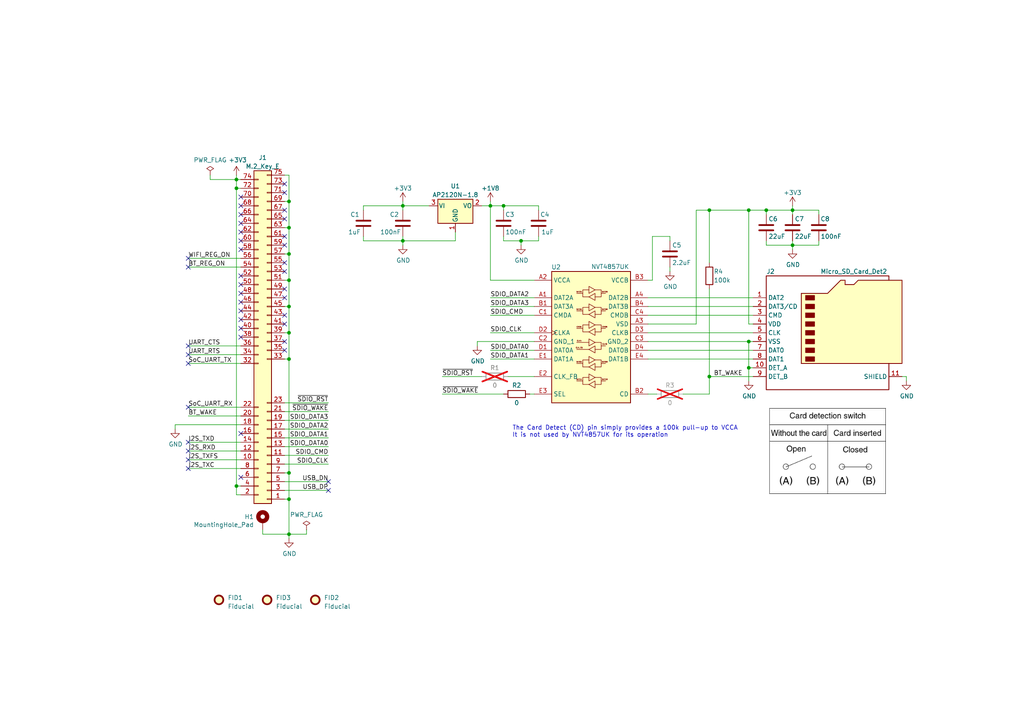
<source format=kicad_sch>
(kicad_sch (version 20230121) (generator eeschema)
  (paper "A4")
  (title_block (title "M.2 SD Card") (date "2023-05-11") (rev "v0.5.0") (company "Purism SPC") (comment 1 "GNU GPLv3+"))
  (lib_symbols
    (symbol "Connector:Micro_SD_Card_Det2"
      (property "Reference" "J" (at -16.51 17.78 0))
      (property "Value" "Micro_SD_Card_Det2" (at 16.51 17.78 0))
      (symbol "Micro_SD_Card_Det2_0_1"
        (rectangle (start -7.62 -6.985) (end -5.08 -8.255) (stroke (width 0.254)) (fill (type outline)))
        (rectangle (start -7.62 -4.445) (end -5.08 -5.715) (stroke (width 0.254)) (fill (type outline)))
        (rectangle (start -7.62 -1.905) (end -5.08 -3.175) (stroke (width 0.254)) (fill (type outline)))
        (rectangle (start -7.62 0.635) (end -5.08 -0.635) (stroke (width 0.254)) (fill (type outline)))
        (rectangle (start -7.62 3.175) (end -5.08 1.905) (stroke (width 0.254)) (fill (type outline)))
        (rectangle (start -7.62 5.715) (end -5.08 4.445) (stroke (width 0.254)) (fill (type outline)))
        (rectangle (start -7.62 8.255) (end -5.08 6.985) (stroke (width 0.254)) (fill (type outline)))
        (rectangle (start -7.62 10.795) (end -5.08 9.525) (stroke (width 0.254)) (fill (type outline)))
        (polyline (pts (xy 16.51 15.24) (xy 16.51 16.51) (xy -19.05 16.51) (xy -19.05 -16.51) (xy 16.51 -16.51) (xy 16.51 -8.89)) (stroke (width 0.254)))
        (polyline (pts (xy -8.89 -8.89) (xy -8.89 11.43) (xy -1.27 11.43) (xy 2.54 15.24) (xy 3.81 15.24) (xy 3.81 13.97) (xy 6.35 13.97) (xy 7.62 15.24) (xy 20.32 15.24) (xy 20.32 -8.89) (xy -8.89 -8.89)) (stroke (width 0.254)) (fill (type background)))
      )
      (symbol "Micro_SD_Card_Det2_1_1"
        (pin bidirectional line (at -22.86 10.16 0) (length 3.81) (name "DAT2") (number "1"))
        (pin passive line (at -22.86 -10.16 0) (length 3.81) (name "DET_A") (number "10"))
        (pin passive line (at 20.32 -12.7 180) (length 3.81) (name "SHIELD") (number "11"))
        (pin bidirectional line (at -22.86 7.62 0) (length 3.81) (name "DAT3/CD") (number "2"))
        (pin input line (at -22.86 5.08 0) (length 3.81) (name "CMD") (number "3"))
        (pin power_in line (at -22.86 2.54 0) (length 3.81) (name "VDD") (number "4"))
        (pin input line (at -22.86 0 0) (length 3.81) (name "CLK") (number "5"))
        (pin power_in line (at -22.86 -2.54 0) (length 3.81) (name "VSS") (number "6"))
        (pin bidirectional line (at -22.86 -5.08 0) (length 3.81) (name "DAT0") (number "7"))
        (pin bidirectional line (at -22.86 -7.62 0) (length 3.81) (name "DAT1") (number "8"))
        (pin passive line (at -22.86 -12.7 0) (length 3.81) (name "DET_B") (number "9"))
      )
    )
    (symbol "Device:C" (pin_numbers hide) (pin_names (offset 0.254))
      (property "Reference" "C" (at 0.635 2.54 0))
      (property "Value" "C" (at 0.635 -2.54 0))
      (symbol "C_0_1"
        (polyline (pts (xy -2.032 -0.762) (xy 2.032 -0.762)) (stroke (width 0.508)))
        (polyline (pts (xy -2.032 0.762) (xy 2.032 0.762)) (stroke (width 0.508)))
      )
      (symbol "C_1_1"
        (pin passive line (at 0 3.81 270) (length 2.794) (name "~") (number "1"))
        (pin passive line (at 0 -3.81 90) (length 2.794) (name "~") (number "2"))
      )
    )
    (symbol "Device:R" (pin_numbers hide) (pin_names (offset 0))
      (property "Reference" "R" (at 2.032 0 90))
      (property "Value" "R" (at 0 0 90))
      (symbol "R_0_1"
        (rectangle (start -1.016 -2.54) (end 1.016 2.54) (stroke (width 0.254)))
      )
      (symbol "R_1_1"
        (pin passive line (at 0 3.81 270) (length 1.27) (name "~") (number "1"))
        (pin passive line (at 0 -3.81 90) (length 1.27) (name "~") (number "2"))
      )
    )
    (symbol "Mechanical:Fiducial"
      (property "Reference" "FID" (at 0 5.08 0))
      (property "Value" "Fiducial" (at 0 3.175 0))
      (symbol "Fiducial_0_1"
        (circle (center 0 0) (radius 1.27) (stroke (width 0.508)) (fill (type background)))
      )
    )
    (symbol "Mechanical:MountingHole_Pad" (pin_numbers hide) (pin_names (offset 1.016) hide)
      (property "Reference" "H" (at 0 6.35 0))
      (property "Value" "MountingHole_Pad" (at 0 4.445 0))
      (symbol "MountingHole_Pad_0_1"
        (circle (center 0 1.27) (radius 1.27) (stroke (width 1.27)))
      )
      (symbol "MountingHole_Pad_1_1"
        (pin input line (at 0 -2.54 90) (length 2.54) (name "1") (number "1"))
      )
    )
    (symbol "m2-sd-card:AP2120N-1.8" (pin_names (offset 0.254))
      (symbol "AP2120N-1.8_0_1"
        (rectangle (start -5.08 1.905) (end 5.08 -5.08) (stroke (width 0.254)) (fill (type background)))
      )
      (symbol "AP2120N-1.8_1_1"
        (pin power_in line (at 0 -7.62 90) (length 2.54) (name "GND") (number "1"))
        (pin power_out line (at 7.62 0 180) (length 2.54) (name "VO") (number "2"))
        (pin power_in line (at -7.62 0 0) (length 2.54) (name "VI") (number "3"))
      )
    )
    (symbol "m2-sd-card:M.2_Key_E" (pin_names (offset 1.016) hide)
      (property "Reference" "J" (at 1.27 48.26 0))
      (property "Value" "M.2_Key_E" (at 1.27 -50.8 0))
      (symbol "M.2_Key_E_1_1"
        (rectangle (start -1.27 -48.133) (end 0 -48.387) (stroke (width 0.1524)))
        (rectangle (start -1.27 -45.593) (end 0 -45.847) (stroke (width 0.1524)))
        (rectangle (start -1.27 -43.053) (end 0 -43.307) (stroke (width 0.1524)))
        (rectangle (start -1.27 -40.513) (end 0 -40.767) (stroke (width 0.1524)))
        (rectangle (start -1.27 -37.973) (end 0 -38.227) (stroke (width 0.1524)))
        (rectangle (start -1.27 -35.433) (end 0 -35.687) (stroke (width 0.1524)))
        (rectangle (start -1.27 -32.893) (end 0 -33.147) (stroke (width 0.1524)))
        (rectangle (start -1.27 -30.353) (end 0 -30.607) (stroke (width 0.1524)))
        (rectangle (start -1.27 -27.813) (end 0 -28.067) (stroke (width 0.1524)))
        (rectangle (start -1.27 -25.273) (end 0 -25.527) (stroke (width 0.1524)))
        (rectangle (start -1.27 -22.733) (end 0 -22.987) (stroke (width 0.1524)))
        (rectangle (start -1.27 -20.193) (end 0 -20.447) (stroke (width 0.1524)))
        (rectangle (start -1.27 -17.653) (end 0 -17.907) (stroke (width 0.1524)))
        (rectangle (start -1.27 -15.113) (end 0 -15.367) (stroke (width 0.1524)))
        (rectangle (start -1.27 -12.573) (end 0 -12.827) (stroke (width 0.1524)))
        (rectangle (start -1.27 -10.033) (end 0 -10.287) (stroke (width 0.1524)))
        (rectangle (start -1.27 -7.493) (end 0 -7.747) (stroke (width 0.1524)))
        (rectangle (start -1.27 -4.953) (end 0 -5.207) (stroke (width 0.1524)))
        (rectangle (start -1.27 -2.413) (end 0 -2.667) (stroke (width 0.1524)))
        (rectangle (start -1.27 0.127) (end 0 -0.127) (stroke (width 0.1524)))
        (rectangle (start -1.27 2.667) (end 0 2.413) (stroke (width 0.1524)))
        (rectangle (start -1.27 5.207) (end 0 4.953) (stroke (width 0.1524)))
        (rectangle (start -1.27 17.907) (end 0 17.653) (stroke (width 0.1524)))
        (rectangle (start -1.27 20.447) (end 0 20.193) (stroke (width 0.1524)))
        (rectangle (start -1.27 22.987) (end 0 22.733) (stroke (width 0.1524)))
        (rectangle (start -1.27 25.527) (end 0 25.273) (stroke (width 0.1524)))
        (rectangle (start -1.27 28.067) (end 0 27.813) (stroke (width 0.1524)))
        (rectangle (start -1.27 30.607) (end 0 30.353) (stroke (width 0.1524)))
        (rectangle (start -1.27 33.147) (end 0 32.893) (stroke (width 0.1524)))
        (rectangle (start -1.27 35.687) (end 0 35.433) (stroke (width 0.1524)))
        (rectangle (start -1.27 38.227) (end 0 37.973) (stroke (width 0.1524)))
        (rectangle (start -1.27 40.767) (end 0 40.513) (stroke (width 0.1524)))
        (rectangle (start -1.27 43.307) (end 0 43.053) (stroke (width 0.1524)))
        (rectangle (start -1.27 45.847) (end 0 45.593) (stroke (width 0.1524)))
        (rectangle (start -1.27 46.99) (end 3.81 -49.53) (stroke (width 0.254)) (fill (type background)))
        (rectangle (start 3.81 -46.863) (end 2.54 -47.117) (stroke (width 0.1524)))
        (rectangle (start 3.81 -44.323) (end 2.54 -44.577) (stroke (width 0.1524)))
        (rectangle (start 3.81 -41.783) (end 2.54 -42.037) (stroke (width 0.1524)))
        (rectangle (start 3.81 -39.243) (end 2.54 -39.497) (stroke (width 0.1524)))
        (rectangle (start 3.81 -36.703) (end 2.54 -36.957) (stroke (width 0.1524)))
        (rectangle (start 3.81 -34.163) (end 2.54 -34.417) (stroke (width 0.1524)))
        (rectangle (start 3.81 -31.623) (end 2.54 -31.877) (stroke (width 0.1524)))
        (rectangle (start 3.81 -29.083) (end 2.54 -29.337) (stroke (width 0.1524)))
        (rectangle (start 3.81 -26.543) (end 2.54 -26.797) (stroke (width 0.1524)))
        (rectangle (start 3.81 -24.003) (end 2.54 -24.257) (stroke (width 0.1524)))
        (rectangle (start 3.81 -21.463) (end 2.54 -21.717) (stroke (width 0.1524)))
        (rectangle (start 3.81 -18.923) (end 2.54 -19.177) (stroke (width 0.1524)))
        (rectangle (start 3.81 -16.383) (end 2.54 -16.637) (stroke (width 0.1524)))
        (rectangle (start 3.81 -13.843) (end 2.54 -14.097) (stroke (width 0.1524)))
        (rectangle (start 3.81 -11.303) (end 2.54 -11.557) (stroke (width 0.1524)))
        (rectangle (start 3.81 -8.763) (end 2.54 -9.017) (stroke (width 0.1524)))
        (rectangle (start 3.81 -6.223) (end 2.54 -6.477) (stroke (width 0.1524)))
        (rectangle (start 3.81 -3.683) (end 2.54 -3.937) (stroke (width 0.1524)))
        (rectangle (start 3.81 -1.143) (end 2.54 -1.397) (stroke (width 0.1524)))
        (rectangle (start 3.81 1.397) (end 2.54 1.143) (stroke (width 0.1524)))
        (rectangle (start 3.81 3.937) (end 2.54 3.683) (stroke (width 0.1524)))
        (rectangle (start 3.81 6.477) (end 2.54 6.223) (stroke (width 0.1524)))
        (rectangle (start 3.81 19.177) (end 2.54 18.923) (stroke (width 0.1524)))
        (rectangle (start 3.81 21.717) (end 2.54 21.463) (stroke (width 0.1524)))
        (rectangle (start 3.81 24.257) (end 2.54 24.003) (stroke (width 0.1524)))
        (rectangle (start 3.81 26.797) (end 2.54 26.543) (stroke (width 0.1524)))
        (rectangle (start 3.81 29.337) (end 2.54 29.083) (stroke (width 0.1524)))
        (rectangle (start 3.81 31.877) (end 2.54 31.623) (stroke (width 0.1524)))
        (rectangle (start 3.81 34.417) (end 2.54 34.163) (stroke (width 0.1524)))
        (rectangle (start 3.81 36.957) (end 2.54 36.703) (stroke (width 0.1524)))
        (rectangle (start 3.81 39.497) (end 2.54 39.243) (stroke (width 0.1524)))
        (rectangle (start 3.81 42.037) (end 2.54 41.783) (stroke (width 0.1524)))
        (rectangle (start 3.81 44.577) (end 2.54 44.323) (stroke (width 0.1524)))
        (pin passive line (at -5.08 45.72 0) (length 3.81) (name "Pin_1") (number "1"))
        (pin passive line (at 7.62 34.29 180) (length 3.81) (name "Pin_10") (number "10"))
        (pin passive line (at -5.08 33.02 0) (length 3.81) (name "Pin_11") (number "11"))
        (pin passive line (at 7.62 31.75 180) (length 3.81) (name "Pin_12") (number "12"))
        (pin passive line (at -5.08 30.48 0) (length 3.81) (name "Pin_13") (number "13"))
        (pin passive line (at 7.62 29.21 180) (length 3.81) (name "Pin_14") (number "14"))
        (pin passive line (at -5.08 27.94 0) (length 3.81) (name "Pin_15") (number "15"))
        (pin passive line (at 7.62 26.67 180) (length 3.81) (name "Pin_16") (number "16"))
        (pin passive line (at -5.08 25.4 0) (length 3.81) (name "Pin_17") (number "17"))
        (pin passive line (at 7.62 24.13 180) (length 3.81) (name "Pin_18") (number "18"))
        (pin passive line (at -5.08 22.86 0) (length 3.81) (name "Pin_19") (number "19"))
        (pin passive line (at 7.62 44.45 180) (length 3.81) (name "Pin_2") (number "2"))
        (pin passive line (at 7.62 21.59 180) (length 3.81) (name "Pin_20") (number "20"))
        (pin passive line (at -5.08 20.32 0) (length 3.81) (name "Pin_21") (number "21"))
        (pin passive line (at 7.62 19.05 180) (length 3.81) (name "Pin_22") (number "22"))
        (pin passive line (at -5.08 17.78 0) (length 3.81) (name "Pin_23") (number "23"))
        (pin passive line (at -5.08 43.18 0) (length 3.81) (name "Pin_3") (number "3"))
        (pin passive line (at 7.62 6.35 180) (length 3.81) (name "Pin_32") (number "32"))
        (pin passive line (at -5.08 5.08 0) (length 3.81) (name "Pin_33") (number "33"))
        (pin passive line (at 7.62 3.81 180) (length 3.81) (name "Pin_34") (number "34"))
        (pin passive line (at -5.08 2.54 0) (length 3.81) (name "Pin_35") (number "35"))
        (pin passive line (at 7.62 1.27 180) (length 3.81) (name "Pin_36") (number "36"))
        (pin passive line (at -5.08 0 0) (length 3.81) (name "Pin_37") (number "37"))
        (pin passive line (at 7.62 -1.27 180) (length 3.81) (name "Pin_38") (number "38"))
        (pin passive line (at -5.08 -2.54 0) (length 3.81) (name "Pin_39") (number "39"))
        (pin passive line (at 7.62 41.91 180) (length 3.81) (name "Pin_4") (number "4"))
        (pin passive line (at 7.62 -3.81 180) (length 3.81) (name "Pin_40") (number "40"))
        (pin passive line (at -5.08 -5.08 0) (length 3.81) (name "Pin_41") (number "41"))
        (pin passive line (at 7.62 -6.35 180) (length 3.81) (name "Pin_42") (number "42"))
        (pin passive line (at -5.08 -7.62 0) (length 3.81) (name "Pin_43") (number "43"))
        (pin passive line (at 7.62 -8.89 180) (length 3.81) (name "Pin_44") (number "44"))
        (pin passive line (at -5.08 -10.16 0) (length 3.81) (name "Pin_45") (number "45"))
        (pin passive line (at 7.62 -11.43 180) (length 3.81) (name "Pin_46") (number "46"))
        (pin passive line (at -5.08 -12.7 0) (length 3.81) (name "Pin_47") (number "47"))
        (pin passive line (at 7.62 -13.97 180) (length 3.81) (name "Pin_48") (number "48"))
        (pin passive line (at -5.08 -15.24 0) (length 3.81) (name "Pin_49") (number "49"))
        (pin passive line (at -5.08 40.64 0) (length 3.81) (name "Pin_5") (number "5"))
        (pin passive line (at 7.62 -16.51 180) (length 3.81) (name "Pin_50") (number "50"))
        (pin passive line (at -5.08 -17.78 0) (length 3.81) (name "Pin_51") (number "51"))
        (pin passive line (at 7.62 -19.05 180) (length 3.81) (name "Pin_52") (number "52"))
        (pin passive line (at -5.08 -20.32 0) (length 3.81) (name "Pin_53") (number "53"))
        (pin passive line (at 7.62 -21.59 180) (length 3.81) (name "Pin_54") (number "54"))
        (pin passive line (at -5.08 -22.86 0) (length 3.81) (name "Pin_55") (number "55"))
        (pin passive line (at 7.62 -24.13 180) (length 3.81) (name "Pin_56") (number "56"))
        (pin passive line (at -5.08 -25.4 0) (length 3.81) (name "Pin_57") (number "57"))
        (pin passive line (at 7.62 -26.67 180) (length 3.81) (name "Pin_58") (number "58"))
        (pin passive line (at -5.08 -27.94 0) (length 3.81) (name "Pin_59") (number "59"))
        (pin passive line (at 7.62 39.37 180) (length 3.81) (name "Pin_6") (number "6"))
        (pin passive line (at 7.62 -29.21 180) (length 3.81) (name "Pin_60") (number "60"))
        (pin passive line (at -5.08 -30.48 0) (length 3.81) (name "Pin_61") (number "61"))
        (pin passive line (at 7.62 -31.75 180) (length 3.81) (name "Pin_62") (number "62"))
        (pin passive line (at -5.08 -33.02 0) (length 3.81) (name "Pin_63") (number "63"))
        (pin passive line (at 7.62 -34.29 180) (length 3.81) (name "Pin_64") (number "64"))
        (pin passive line (at -5.08 -35.56 0) (length 3.81) (name "Pin_65") (number "65"))
        (pin passive line (at 7.62 -36.83 180) (length 3.81) (name "Pin_66") (number "66"))
        (pin passive line (at -5.08 -38.1 0) (length 3.81) (name "Pin_67") (number "67"))
        (pin passive line (at 7.62 -39.37 180) (length 3.81) (name "Pin_68") (number "68"))
        (pin passive line (at -5.08 -40.64 0) (length 3.81) (name "Pin_69") (number "69"))
        (pin passive line (at -5.08 38.1 0) (length 3.81) (name "Pin_7") (number "7"))
        (pin passive line (at 7.62 -41.91 180) (length 3.81) (name "Pin_70") (number "70"))
        (pin passive line (at -5.08 -43.18 0) (length 3.81) (name "Pin_71") (number "71"))
        (pin passive line (at 7.62 -44.45 180) (length 3.81) (name "Pin_72") (number "72"))
        (pin passive line (at -5.08 -45.72 0) (length 3.81) (name "Pin_73") (number "73"))
        (pin passive line (at 7.62 -46.99 180) (length 3.81) (name "Pin_74") (number "74"))
        (pin passive line (at -5.08 -48.26 0) (length 3.81) (name "Pin_75") (number "75"))
        (pin passive line (at 7.62 36.83 180) (length 3.81) (name "Pin_8") (number "8"))
        (pin passive line (at -5.08 35.56 0) (length 3.81) (name "Pin_9") (number "9"))
      )
    )
    (symbol "m2-sd-card:NVT4857UK"
      (property "Reference" "U" (at -11.43 21.59 0))
      (property "Value" "NVT4857UK" (at 0 21.59 0))
      (symbol "NVT4857UK_0_1"
        (polyline (pts (xy -0.635 -3.556) (xy -4.191 -3.556)))
        (polyline (pts (xy -0.635 -1.524) (xy -4.191 -1.524)))
        (polyline (pts (xy -2.413 -12.7) (xy -2.413 -11.684) (xy -0.635 -11.684)))
        (polyline (pts (xy -2.413 -7.62) (xy -2.413 -6.604) (xy -0.635 -6.604)))
        (polyline (pts (xy -2.413 2.54) (xy -2.413 3.556) (xy -0.635 3.556)))
        (polyline (pts (xy -2.413 7.62) (xy -2.413 8.636) (xy -0.635 8.636)))
        (polyline (pts (xy -2.413 12.7) (xy -2.413 13.716) (xy -0.635 13.716)))
        (polyline (pts (xy 2.921 -12.7) (xy 2.921 -13.716) (xy 1.143 -13.716)))
        (polyline (pts (xy 2.921 -7.62) (xy 2.921 -8.636) (xy 1.143 -8.636)))
        (polyline (pts (xy 2.921 -2.54) (xy 2.921 -3.556) (xy 1.143 -3.556)))
        (polyline (pts (xy 2.921 2.54) (xy 2.921 1.524) (xy 1.143 1.524)))
        (polyline (pts (xy 2.921 7.62) (xy 2.921 6.604) (xy 1.143 6.604)))
        (polyline (pts (xy 2.921 12.7) (xy 2.921 11.684) (xy 1.143 11.684)))
        (polyline (pts (xy -0.635 -13.716) (xy -2.413 -13.716) (xy -2.413 -12.7) (xy -4.191 -12.7)))
        (polyline (pts (xy -0.635 -13.716) (xy 1.143 -12.7) (xy 1.143 -14.732) (xy -0.635 -13.716)))
        (polyline (pts (xy -0.635 -8.636) (xy -2.413 -8.636) (xy -2.413 -7.62) (xy -4.191 -7.62)))
        (polyline (pts (xy -0.635 -8.636) (xy 1.143 -7.62) (xy 1.143 -9.652) (xy -0.635 -8.636)))
        (polyline (pts (xy -0.635 -3.556) (xy 1.143 -2.54) (xy 1.143 -4.572) (xy -0.635 -3.556)))
        (polyline (pts (xy -0.635 1.524) (xy -2.413 1.524) (xy -2.413 2.54) (xy -4.191 2.54)))
        (polyline (pts (xy -0.635 1.524) (xy 1.143 2.54) (xy 1.143 0.508) (xy -0.635 1.524)))
        (polyline (pts (xy -0.635 6.604) (xy -2.413 6.604) (xy -2.413 7.62) (xy -4.191 7.62)))
        (polyline (pts (xy -0.635 6.604) (xy 1.143 7.62) (xy 1.143 5.588) (xy -0.635 6.604)))
        (polyline (pts (xy -0.635 11.684) (xy -2.413 11.684) (xy -2.413 12.7) (xy -4.191 12.7)))
        (polyline (pts (xy -0.635 11.684) (xy 1.143 12.7) (xy 1.143 10.668) (xy -0.635 11.684)))
        (polyline (pts (xy 1.143 -11.684) (xy -0.635 -12.7) (xy -0.635 -10.668) (xy 1.143 -11.684)))
        (polyline (pts (xy 1.143 -11.684) (xy 2.921 -11.684) (xy 2.921 -12.7) (xy 4.191 -12.7)))
        (polyline (pts (xy 1.143 -6.604) (xy -0.635 -7.62) (xy -0.635 -5.588) (xy 1.143 -6.604)))
        (polyline (pts (xy 1.143 -6.604) (xy 2.921 -6.604) (xy 2.921 -7.62) (xy 4.191 -7.62)))
        (polyline (pts (xy 1.143 -1.524) (xy -0.635 -2.54) (xy -0.635 -0.508) (xy 1.143 -1.524)))
        (polyline (pts (xy 1.143 -1.524) (xy 2.921 -1.524) (xy 2.921 -2.54) (xy 4.191 -2.54)))
        (polyline (pts (xy 1.143 3.556) (xy -0.635 2.54) (xy -0.635 4.572) (xy 1.143 3.556)))
        (polyline (pts (xy 1.143 3.556) (xy 2.921 3.556) (xy 2.921 2.54) (xy 4.191 2.54)))
        (polyline (pts (xy 1.143 8.636) (xy -0.635 7.62) (xy -0.635 9.652) (xy 1.143 8.636)))
        (polyline (pts (xy 1.143 8.636) (xy 2.921 8.636) (xy 2.921 7.62) (xy 4.191 7.62)))
        (polyline (pts (xy 1.143 13.716) (xy -0.635 12.7) (xy -0.635 14.732) (xy 1.143 13.716)))
        (polyline (pts (xy 1.143 13.716) (xy 2.921 13.716) (xy 2.921 12.7) (xy 4.191 12.7)))
      )
      (symbol "NVT4857UK_1_1"
        (rectangle (start -11.43 19.05) (end 11.43 -19.05) (stroke (width 0.254)) (fill (type background)))
        (text "CLK_FB" (at -3.4798 -3.048 0) (effects (font (size 0.3556 0.3556))))
        (text "CLKA" (at -3.4798 -1.0414 0) (effects (font (size 0.3556 0.3556))))
        (text "CLKB" (at 3.937 -2.0066 0) (effects (font (size 0.3556 0.3556))))
        (text "CMDA" (at -3.4798 2.9972 0) (effects (font (size 0.3556 0.3556))))
        (text "CMDB" (at 3.937 2.9972 0) (effects (font (size 0.3556 0.3556))))
        (text "DAT0A" (at -3.4798 -7.1628 0) (effects (font (size 0.3556 0.3556))))
        (text "DAT0B" (at 3.937 -7.1628 0) (effects (font (size 0.3556 0.3556))))
        (text "DAT1A" (at -3.4798 -12.2428 0) (effects (font (size 0.3556 0.3556))))
        (text "DAT1B" (at 3.937 -12.2428 0) (effects (font (size 0.3556 0.3556))))
        (text "DAT2A" (at -3.4798 13.1572 0) (effects (font (size 0.3556 0.3556))))
        (text "DAT2B" (at 3.937 13.1572 0) (effects (font (size 0.3556 0.3556))))
        (text "DAT3A" (at -3.4798 8.0772 0) (effects (font (size 0.3556 0.3556))))
        (text "DAT3B" (at 3.937 8.0772 0) (effects (font (size 0.3556 0.3556))))
        (pin bidirectional line (at -16.51 11.43 0) (length 5.08) (name "DAT2A") (number "A1"))
        (pin power_in line (at -16.51 16.51 0) (length 5.08) (name "VCCA") (number "A2"))
        (pin power_in line (at 16.51 3.81 180) (length 5.08) (name "VSD") (number "A3"))
        (pin bidirectional line (at 16.51 11.43 180) (length 5.08) (name "DAT2B") (number "A4"))
        (pin bidirectional line (at -16.51 8.89 0) (length 5.08) (name "DAT3A") (number "B1"))
        (pin output line (at 16.51 -16.51 180) (length 5.08) (name "CD") (number "B2"))
        (pin power_out line (at 16.51 16.51 180) (length 5.08) (name "VCCB") (number "B3"))
        (pin bidirectional line (at 16.51 8.89 180) (length 5.08) (name "DAT3B") (number "B4"))
        (pin bidirectional line (at -16.51 6.35 0) (length 5.08) (name "CMDA") (number "C1"))
        (pin power_in line (at -16.51 -1.27 0) (length 5.08) (name "GND_1") (number "C2"))
        (pin power_in line (at 16.51 -1.27 180) (length 5.08) (name "GND_2") (number "C3"))
        (pin bidirectional line (at 16.51 6.35 180) (length 5.08) (name "CMDB") (number "C4"))
        (pin bidirectional line (at -16.51 -3.81 0) (length 5.08) (name "DAT0A") (number "D1"))
        (pin input clock (at -16.51 1.27 0) (length 5.08) (name "CLKA") (number "D2"))
        (pin output line (at 16.51 1.27 180) (length 5.08) (name "CLKB") (number "D3"))
        (pin bidirectional line (at 16.51 -3.81 180) (length 5.08) (name "DAT0B") (number "D4"))
        (pin bidirectional line (at -16.51 -6.35 0) (length 5.08) (name "DAT1A") (number "E1"))
        (pin output line (at -16.51 -11.43 0) (length 5.08) (name "CLK_FB") (number "E2"))
        (pin input line (at -16.51 -16.51 0) (length 5.08) (name "SEL") (number "E3"))
        (pin bidirectional line (at 16.51 -6.35 180) (length 5.08) (name "DAT1B") (number "E4"))
      )
    )
    (symbol "power:+1V8" (power) (pin_names (offset 0))
      (property "Value" "+1V8" (at 0 3.556 0))
      (symbol "+1V8_0_1"
        (polyline (pts (xy -0.762 1.27) (xy 0 2.54)))
        (polyline (pts (xy 0 0) (xy 0 2.54)))
        (polyline (pts (xy 0 2.54) (xy 0.762 1.27)))
      )
      (symbol "+1V8_1_1"
        (pin power_in line (at 0 0 90) (length 0) hide (name "+1V8") (number "1"))
      )
    )
    (symbol "power:+3V3" (power) (pin_names (offset 0))
      (property "Value" "+3V3" (at 0 3.556 0))
      (symbol "+3V3_0_1"
        (polyline (pts (xy -0.762 1.27) (xy 0 2.54)))
        (polyline (pts (xy 0 0) (xy 0 2.54)))
        (polyline (pts (xy 0 2.54) (xy 0.762 1.27)))
      )
      (symbol "+3V3_1_1"
        (pin power_in line (at 0 0 90) (length 0) hide (name "+3V3") (number "1"))
      )
    )
    (symbol "power:GND" (power) (pin_names (offset 0))
      (property "Value" "GND" (at 0 -3.81 0))
      (symbol "GND_0_1"
        (polyline (pts (xy 0 0) (xy 0 -1.27) (xy 1.27 -1.27) (xy 0 -2.54) (xy -1.27 -1.27) (xy 0 -1.27)))
      )
      (symbol "GND_1_1"
        (pin power_in line (at 0 0 270) (length 0) hide (name "GND") (number "1"))
      )
    )
    (symbol "power:PWR_FLAG" (power) (pin_numbers hide) (pin_names (offset 0) hide)
      (property "Value" "PWR_FLAG" (at 0 3.81 0))
      (symbol "PWR_FLAG_0_0"
        (pin power_out line (at 0 0 90) (length 0) (name "pwr") (number "1"))
      )
      (symbol "PWR_FLAG_0_1"
        (polyline (pts (xy 0 0) (xy 0 1.27) (xy -1.016 1.905) (xy 0 2.54) (xy 1.016 1.905) (xy 0 1.27)))
      )
    )
  )
  (junction (at 116.84 69.85))
  (junction (at 205.74 60.96))
  (junction (at 142.24 59.69))
  (junction (at 83.82 96.52))
  (junction (at 222.25 60.96))
  (junction (at 83.82 104.14))
  (junction (at 229.87 60.96))
  (junction (at 68.58 52.07))
  (junction (at 151.13 69.85))
  (junction (at 83.82 66.04))
  (junction (at 83.82 58.42))
  (junction (at 68.58 140.97))
  (junction (at 205.74 109.22))
  (junction (at 83.82 154.94))
  (junction (at 217.17 60.96))
  (junction (at 83.82 88.9))
  (junction (at 217.17 106.68))
  (junction (at 116.84 59.69))
  (junction (at 229.87 71.12))
  (junction (at 68.58 54.61))
  (junction (at 83.82 137.16))
  (junction (at 146.05 59.69))
  (junction (at 83.82 81.28))
  (junction (at 217.17 99.06))
  (junction (at 83.82 73.66))
  (junction (at 83.82 144.78))
  (no_connect (at 54.61 74.93))
  (no_connect (at 82.55 68.58))
  (no_connect (at 69.85 92.71))
  (no_connect (at 69.85 67.31))
  (no_connect (at 69.85 59.69))
  (no_connect (at 82.55 93.98))
  (no_connect (at 69.85 80.01))
  (no_connect (at 82.55 55.88))
  (no_connect (at 54.61 135.89))
  (no_connect (at 54.61 130.81))
  (no_connect (at 69.85 62.23))
  (no_connect (at 82.55 76.2))
  (no_connect (at 82.55 78.74))
  (no_connect (at 69.85 138.43))
  (no_connect (at 82.55 60.96))
  (no_connect (at 82.55 83.82))
  (no_connect (at 69.85 64.77))
  (no_connect (at 95.25 139.7))
  (no_connect (at 69.85 57.15))
  (no_connect (at 54.61 118.11))
  (no_connect (at 69.85 90.17))
  (no_connect (at 82.55 53.34))
  (no_connect (at 69.85 69.85))
  (no_connect (at 69.85 125.73))
  (no_connect (at 82.55 99.06))
  (no_connect (at 82.55 91.44))
  (no_connect (at 69.85 82.55))
  (no_connect (at 69.85 95.25))
  (no_connect (at 54.61 77.47))
  (no_connect (at 54.61 105.41))
  (no_connect (at 69.85 85.09))
  (no_connect (at 95.25 142.24))
  (no_connect (at 82.55 71.12))
  (no_connect (at 82.55 101.6))
  (no_connect (at 69.85 87.63))
  (no_connect (at 69.85 72.39))
  (no_connect (at 69.85 97.79))
  (no_connect (at 82.55 86.36))
  (no_connect (at 82.55 63.5))
  (no_connect (at 54.61 133.35))
  (no_connect (at 54.61 102.87))
  (no_connect (at 54.61 128.27))
  (no_connect (at 54.61 100.33))
  (wire (pts (xy 146.05 59.69) (xy 156.21 59.69)))
  (wire (pts (xy 88.9 153.67) (xy 88.9 154.94)))
  (wire (pts (xy 69.85 140.97) (xy 68.58 140.97)))
  (wire (pts (xy 105.41 59.69) (xy 116.84 59.69)))
  (wire (pts (xy 116.84 60.96) (xy 116.84 59.69)))
  (wire (pts (xy 189.23 68.58) (xy 189.23 81.28)))
  (wire (pts (xy 95.25 116.84) (xy 82.55 116.84)))
  (wire (pts (xy 82.55 73.66) (xy 83.82 73.66)))
  (wire (pts (xy 60.96 50.8) (xy 60.96 52.07)))
  (wire (pts (xy 146.05 59.69) (xy 146.05 60.96)))
  (wire (pts (xy 237.49 60.96) (xy 237.49 62.23)))
  (wire (pts (xy 222.25 60.96) (xy 229.87 60.96)))
  (wire (pts (xy 69.85 105.41) (xy 54.61 105.41)))
  (wire (pts (xy 142.24 91.44) (xy 154.94 91.44)))
  (wire (pts (xy 205.74 60.96) (xy 217.17 60.96)))
  (wire (pts (xy 187.96 96.52) (xy 218.44 96.52)))
  (wire (pts (xy 105.41 69.85) (xy 116.84 69.85)))
  (wire (pts (xy 201.93 60.96) (xy 205.74 60.96)))
  (wire (pts (xy 68.58 52.07) (xy 68.58 50.8)))
  (wire (pts (xy 205.74 114.3) (xy 205.74 109.22)))
  (wire (pts (xy 198.12 114.3) (xy 205.74 114.3)))
  (wire (pts (xy 83.82 58.42) (xy 83.82 66.04)))
  (wire (pts (xy 95.25 132.08) (xy 82.55 132.08)))
  (wire (pts (xy 82.55 96.52) (xy 83.82 96.52)))
  (wire (pts (xy 229.87 60.96) (xy 229.87 59.69)))
  (wire (pts (xy 217.17 106.68) (xy 217.17 99.06)))
  (wire (pts (xy 69.85 74.93) (xy 54.61 74.93)))
  (wire (pts (xy 82.55 144.78) (xy 83.82 144.78)))
  (wire (pts (xy 222.25 62.23) (xy 222.25 60.96)))
  (wire (pts (xy 156.21 69.85) (xy 156.21 68.58)))
  (wire (pts (xy 95.25 119.38) (xy 82.55 119.38)))
  (wire (pts (xy 187.96 99.06) (xy 217.17 99.06)))
  (wire (pts (xy 83.82 73.66) (xy 83.82 81.28)))
  (wire (pts (xy 50.8 123.19) (xy 50.8 124.46)))
  (wire (pts (xy 217.17 110.49) (xy 217.17 106.68)))
  (wire (pts (xy 116.84 59.69) (xy 116.84 58.42)))
  (wire (pts (xy 132.08 69.85) (xy 132.08 67.31)))
  (wire (pts (xy 82.55 139.7) (xy 95.25 139.7)))
  (wire (pts (xy 261.62 109.22) (xy 262.89 109.22)))
  (wire (pts (xy 142.24 81.28) (xy 142.24 59.69)))
  (wire (pts (xy 82.55 81.28) (xy 83.82 81.28)))
  (wire (pts (xy 142.24 104.14) (xy 154.94 104.14)))
  (wire (pts (xy 156.21 60.96) (xy 156.21 59.69)))
  (wire (pts (xy 82.55 50.8) (xy 83.82 50.8)))
  (wire (pts (xy 82.55 58.42) (xy 83.82 58.42)))
  (wire (pts (xy 146.05 68.58) (xy 146.05 69.85)))
  (wire (pts (xy 83.82 50.8) (xy 83.82 58.42)))
  (wire (pts (xy 83.82 81.28) (xy 83.82 88.9)))
  (wire (pts (xy 142.24 96.52) (xy 154.94 96.52)))
  (wire (pts (xy 69.85 143.51) (xy 68.58 143.51)))
  (wire (pts (xy 83.82 66.04) (xy 83.82 73.66)))
  (wire (pts (xy 217.17 106.68) (xy 218.44 106.68)))
  (wire (pts (xy 187.96 91.44) (xy 218.44 91.44)))
  (wire (pts (xy 138.43 99.06) (xy 154.94 99.06)))
  (wire (pts (xy 83.82 144.78) (xy 83.82 154.94)))
  (wire (pts (xy 68.58 54.61) (xy 68.58 140.97)))
  (wire (pts (xy 95.25 127) (xy 82.55 127)))
  (wire (pts (xy 151.13 69.85) (xy 151.13 71.12)))
  (wire (pts (xy 187.96 114.3) (xy 190.5 114.3)))
  (wire (pts (xy 83.82 88.9) (xy 83.82 96.52)))
  (wire (pts (xy 189.23 81.28) (xy 187.96 81.28)))
  (wire (pts (xy 128.27 109.22) (xy 139.7 109.22)))
  (wire (pts (xy 201.93 93.98) (xy 201.93 60.96)))
  (wire (pts (xy 82.55 137.16) (xy 83.82 137.16)))
  (wire (pts (xy 147.32 109.22) (xy 154.94 109.22)))
  (wire (pts (xy 68.58 143.51) (xy 68.58 140.97)))
  (wire (pts (xy 237.49 71.12) (xy 237.49 69.85)))
  (wire (pts (xy 262.89 109.22) (xy 262.89 110.49)))
  (wire (pts (xy 69.85 123.19) (xy 50.8 123.19)))
  (wire (pts (xy 138.43 99.06) (xy 138.43 100.33)))
  (wire (pts (xy 69.85 77.47) (xy 54.61 77.47)))
  (wire (pts (xy 105.41 60.96) (xy 105.41 59.69)))
  (wire (pts (xy 76.2 154.94) (xy 83.82 154.94)))
  (wire (pts (xy 187.96 104.14) (xy 218.44 104.14)))
  (wire (pts (xy 187.96 101.6) (xy 218.44 101.6)))
  (wire (pts (xy 154.94 81.28) (xy 142.24 81.28)))
  (wire (pts (xy 153.67 114.3) (xy 154.94 114.3)))
  (wire (pts (xy 229.87 71.12) (xy 237.49 71.12)))
  (wire (pts (xy 88.9 154.94) (xy 83.82 154.94)))
  (wire (pts (xy 82.55 142.24) (xy 95.25 142.24)))
  (wire (pts (xy 205.74 83.82) (xy 205.74 109.22)))
  (wire (pts (xy 218.44 99.06) (xy 217.17 99.06)))
  (wire (pts (xy 83.82 104.14) (xy 83.82 137.16)))
  (wire (pts (xy 222.25 69.85) (xy 222.25 71.12)))
  (wire (pts (xy 229.87 62.23) (xy 229.87 60.96)))
  (wire (pts (xy 83.82 154.94) (xy 83.82 156.21)))
  (wire (pts (xy 105.41 68.58) (xy 105.41 69.85)))
  (wire (pts (xy 69.85 130.81) (xy 54.61 130.81)))
  (wire (pts (xy 205.74 109.22) (xy 218.44 109.22)))
  (wire (pts (xy 142.24 86.36) (xy 154.94 86.36)))
  (wire (pts (xy 229.87 71.12) (xy 229.87 72.39)))
  (wire (pts (xy 222.25 71.12) (xy 229.87 71.12)))
  (wire (pts (xy 69.85 52.07) (xy 68.58 52.07)))
  (wire (pts (xy 82.55 88.9) (xy 83.82 88.9)))
  (wire (pts (xy 205.74 60.96) (xy 205.74 76.2)))
  (wire (pts (xy 187.96 88.9) (xy 218.44 88.9)))
  (wire (pts (xy 194.31 68.58) (xy 194.31 69.85)))
  (wire (pts (xy 69.85 100.33) (xy 54.61 100.33)))
  (wire (pts (xy 82.55 104.14) (xy 83.82 104.14)))
  (wire (pts (xy 187.96 86.36) (xy 218.44 86.36)))
  (wire (pts (xy 116.84 69.85) (xy 116.84 71.12)))
  (wire (pts (xy 69.85 135.89) (xy 54.61 135.89)))
  (wire (pts (xy 116.84 69.85) (xy 132.08 69.85)))
  (wire (pts (xy 229.87 60.96) (xy 237.49 60.96)))
  (wire (pts (xy 60.96 52.07) (xy 68.58 52.07)))
  (wire (pts (xy 142.24 101.6) (xy 154.94 101.6)))
  (wire (pts (xy 229.87 69.85) (xy 229.87 71.12)))
  (wire (pts (xy 194.31 77.47) (xy 194.31 78.74)))
  (wire (pts (xy 189.23 68.58) (xy 194.31 68.58)))
  (wire (pts (xy 76.2 153.67) (xy 76.2 154.94)))
  (wire (pts (xy 95.25 129.54) (xy 82.55 129.54)))
  (wire (pts (xy 217.17 93.98) (xy 217.17 60.96)))
  (wire (pts (xy 142.24 59.69) (xy 142.24 58.42)))
  (wire (pts (xy 128.27 114.3) (xy 146.05 114.3)))
  (wire (pts (xy 95.25 121.92) (xy 82.55 121.92)))
  (wire (pts (xy 142.24 88.9) (xy 154.94 88.9)))
  (wire (pts (xy 69.85 102.87) (xy 54.61 102.87)))
  (wire (pts (xy 146.05 69.85) (xy 151.13 69.85)))
  (wire (pts (xy 69.85 120.65) (xy 54.61 120.65)))
  (wire (pts (xy 218.44 93.98) (xy 217.17 93.98)))
  (wire (pts (xy 68.58 54.61) (xy 68.58 52.07)))
  (wire (pts (xy 217.17 60.96) (xy 222.25 60.96)))
  (wire (pts (xy 69.85 128.27) (xy 54.61 128.27)))
  (wire (pts (xy 142.24 59.69) (xy 146.05 59.69)))
  (wire (pts (xy 139.7 59.69) (xy 142.24 59.69)))
  (wire (pts (xy 69.85 118.11) (xy 54.61 118.11)))
  (wire (pts (xy 95.25 134.62) (xy 82.55 134.62)))
  (wire (pts (xy 116.84 59.69) (xy 124.46 59.69)))
  (wire (pts (xy 69.85 54.61) (xy 68.58 54.61)))
  (wire (pts (xy 151.13 69.85) (xy 156.21 69.85)))
  (wire (pts (xy 95.25 124.46) (xy 82.55 124.46)))
  (wire (pts (xy 69.85 133.35) (xy 54.61 133.35)))
  (wire (pts (xy 83.82 96.52) (xy 83.82 104.14)))
  (wire (pts (xy 82.55 66.04) (xy 83.82 66.04)))
  (wire (pts (xy 83.82 137.16) (xy 83.82 144.78)))
  (wire (pts (xy 116.84 69.85) (xy 116.84 68.58)))
  (wire (pts (xy 187.96 93.98) (xy 201.93 93.98)))
  (image (at 240.03 130.81) (scale 1.38196))
  (text "The Card Detect (CD) pin simply provides a 100k pull-up to VCCA\nIt is not used by NVT4857UK for its operation" (at 148.59 127 0) (effects (font (size 1.27 1.27)) (justify left bottom)))
  (label "I2S_TXFS" (at 54.61 133.35 0))
  (label "SDIO_DATA3" (at 95.25 121.92 180))
  (label "SDIO_DATA2" (at 95.25 124.46 180))
  (label "SDIO_DATA2" (at 142.24 86.36 0))
  (label "USB_DN" (at 95.25 139.7 180))
  (label "BT_WAKE" (at 207.01 109.22 0))
  (label "I2S_TXC" (at 54.61 135.89 0))
  (label "I2S_TXD" (at 54.61 128.27 0))
  (label "~{SDIO_WAKE}" (at 95.25 119.38 180))
  (label "SDIO_CMD" (at 95.25 132.08 180))
  (label "SoC_UART_TX" (at 54.61 105.41 0))
  (label "SDIO_DATA1" (at 95.25 127 180))
  (label "~{SDIO_WAKE}" (at 128.27 114.3 0))
  (label "BT_REG_ON" (at 54.61 77.47 0))
  (label "SDIO_CLK" (at 95.25 134.62 180))
  (label "I2S_RXD" (at 54.61 130.81 0))
  (label "SDIO_DATA1" (at 142.24 104.14 0))
  (label "SDIO_DATA3" (at 142.24 88.9 0))
  (label "WIFI_REG_ON" (at 54.61 74.93 0))
  (label "SDIO_CMD" (at 142.24 91.44 0))
  (label "SDIO_DATA0" (at 95.25 129.54 180))
  (label "SDIO_DATA0" (at 142.24 101.6 0))
  (label "USB_DP" (at 95.25 142.24 180))
  (label "SoC_UART_RX" (at 54.61 118.11 0))
  (label "~{SDIO_RST}" (at 128.27 109.22 0))
  (label "SDIO_CLK" (at 142.24 96.52 0))
  (label "UART_CTS" (at 54.61 100.33 0))
  (label "UART_RTS" (at 54.61 102.87 0))
  (label "BT_WAKE" (at 54.61 120.65 0))
  (label "~{SDIO_RST}" (at 95.25 116.84 180))
  (symbol (lib_id "m2-sd-card:M.2_Key_E") (at 77.47 99.06 180) (unit 1)
    (property "Reference" "J1" (at 76.2 45.72 0))
    (property "Value" "M.2_Key_E" (at 76.2 48.26 0))
    (property "Footprint" "m2-sd-card:M.2_Key_E_Gold_Fingers" (effects hide))
    (property "Datasheet" "https://github.com/Tvirus/datasheet/blob/master/pcie/PCI_Express_M.2_Specification_Rev1.1_TS_03072016_clean.pdf" (effects hide))
    (property "Sim.Device" "SPICE" (effects hide))
    (property "Sim.Enable" "0" (effects hide))
  )
  (symbol (lib_id "power:GND") (at 83.82 156.21 0) (unit 1)
    (property "Reference" "#PWR03" (effects hide))
    (property "Value" "GND" (at 83.947 160.6042 0))
    (property "Sim.Device" "V" (effects hide))
    (property "Sim.Type" "DC" (effects hide))
    (property "Sim.Pins" "1=+" (effects hide))
    (property "Sim.Params" "dc=0" (effects hide))
  )
  (symbol (lib_id "power:+3V3") (at 68.58 50.8 0) (unit 1)
    (property "Reference" "#PWR02" (effects hide))
    (property "Value" "+3V3" (at 68.961 46.4058 0))
    (property "Sim.Device" "V" (effects hide))
    (property "Sim.Type" "DC" (effects hide))
    (property "Sim.Pins" "1=+" (effects hide))
    (property "Sim.Params" "dc=3.3" (effects hide))
  )
  (symbol (lib_id "power:GND") (at 262.89 110.49 0) (unit 1)
    (property "Reference" "#PWR013" (effects hide))
    (property "Value" "GND" (at 263.017 114.8842 0))
    (property "Sim.Device" "V" (effects hide))
    (property "Sim.Type" "DC" (effects hide))
    (property "Sim.Pins" "1=+" (effects hide))
    (property "Sim.Params" "dc=0" (effects hide))
  )
  (symbol (lib_id "power:GND") (at 50.8 124.46 0) (unit 1)
    (property "Reference" "#PWR01" (effects hide))
    (property "Value" "GND" (at 50.927 128.8542 0))
    (property "Sim.Device" "V" (effects hide))
    (property "Sim.Type" "DC" (effects hide))
    (property "Sim.Pins" "1=+" (effects hide))
    (property "Sim.Params" "dc=0" (effects hide))
  )
  (symbol (lib_id "power:+3V3") (at 116.84 58.42 0) (unit 1)
    (property "Reference" "#PWR04" (effects hide))
    (property "Value" "+3V3" (at 116.84 54.61 0))
    (property "Sim.Device" "V" (effects hide))
    (property "Sim.Type" "DC" (effects hide))
    (property "Sim.Pins" "1=+" (effects hide))
    (property "Sim.Params" "dc=3.3" (effects hide))
  )
  (symbol (lib_id "power:GND") (at 116.84 71.12 0) (unit 1)
    (property "Reference" "#PWR05" (effects hide))
    (property "Value" "GND" (at 116.967 75.5142 0))
    (property "Sim.Device" "V" (effects hide))
    (property "Sim.Type" "DC" (effects hide))
    (property "Sim.Pins" "1=+" (effects hide))
    (property "Sim.Params" "dc=0" (effects hide))
  )
  (symbol (lib_id "Device:C") (at 116.84 64.77 0) (mirror y) (unit 1)
    (property "Reference" "C2" (at 113.03 62.23 0) (effects (justify right)))
    (property "Value" "100nF" (at 110.236 67.31 0) (effects (justify right)))
    (property "Footprint" "Capacitor_SMD:C_0402_1005Metric" (effects hide))
    (property "Datasheet" "https://media.digikey.com/pdf/Data%20Sheets/Samsung%20PDFs/CL05A104KA5NNNC.pdf" (effects hide))
    (property "MFG Name" "Samsung" (effects hide))
    (property "MFG Part Num" "CL05A104KA5NNNC" (effects hide))
    (property "Distrib PN" "187-CL05A104KA5NNNC" (effects hide))
    (property "Distrib Link" "https://www.mouser.com/ProductDetail/Samsung-Electro-Mechanics/CL05A104KA5NNNC?qs=X6jEic%2FHinDlkqz9npJeOg%3D%3D" (effects hide))
    (property "Tolerance" "10%" (effects hide))
    (property "Others" "https://www.mouser.com/c/passive-components/capacitors/mlccs/multilayer-ceramic-capacitors-mlcc-smd-smt/?capacitance=0.1%20uF&case%20code%20-%20in=0402" (effects hide))
  )
  (symbol (lib_id "Device:C") (at 105.41 64.77 0) (mirror y) (unit 1)
    (property "Reference" "C1" (at 101.6 62.23 0) (effects (justify right)))
    (property "Value" "1uF" (at 100.965 67.31 0) (effects (justify right)))
    (property "Footprint" "Capacitor_SMD:C_0402_1005Metric" (effects hide))
    (property "Datasheet" "https://media.digikey.com/pdf/Data%20Sheets/Samsung%20PDFs/CL05A105KO5NNNC_Spec_5-2-19.pdf" (effects hide))
    (property "MFG Name" "Samsung" (effects hide))
    (property "MFG Part Num" "CL05A105KO5NNNC" (effects hide))
    (property "Distrib PN" "187-CL05A105KO5NNNC" (effects hide))
    (property "Distrib Link" "https://www.mouser.com/ProductDetail/Samsung-Electro-Mechanics/CL05A105KO5NNNC?qs=349EhDEZ59pCm%252BzVtNxq%2FQ%3D%3D" (effects hide))
    (property "Tolerance" "10%" (effects hide))
    (property "Others" "https://www.mouser.com/c/passive-components/capacitors/mlccs/multilayer-ceramic-capacitors-mlcc-smd-smt/?capacitance=1%20uF&case%20code%20-%20in=0402" (effects hide))
    (property "Sim.Device" "C" (effects hide))
    (property "Sim.Pins" "1=+ 2=-" (effects hide))
  )
  (symbol (lib_id "power:GND") (at 217.17 110.49 0) (unit 1)
    (property "Reference" "#PWR010" (effects hide))
    (property "Value" "GND" (at 217.297 114.8842 0))
    (property "Sim.Device" "V" (effects hide))
    (property "Sim.Type" "DC" (effects hide))
    (property "Sim.Pins" "1=+" (effects hide))
    (property "Sim.Params" "dc=0" (effects hide))
  )
  (symbol (lib_id "power:+3V3") (at 229.87 59.69 0) (unit 1)
    (property "Reference" "#PWR011" (effects hide))
    (property "Value" "+3V3" (at 229.87 55.88 0))
    (property "Sim.Device" "V" (effects hide))
    (property "Sim.Type" "DC" (effects hide))
    (property "Sim.Pins" "1=+" (effects hide))
    (property "Sim.Params" "dc=3.3" (effects hide))
  )
  (symbol (lib_id "Device:C") (at 222.25 66.04 0) (mirror y) (unit 1)
    (property "Reference" "C6" (at 222.885 63.5 0) (effects (justify right)))
    (property "Value" "22uF" (at 222.885 68.58 0) (effects (justify right)))
    (property "Footprint" "Capacitor_SMD:C_0402_1005Metric" (effects hide))
    (property "Datasheet" "https://www.mouser.com/datasheet/2/40/Kyocera_CM__STD__series2_052920-2585758.pdf" (effects hide))
    (property "MFG Name" "KYOCERA AVX" (effects hide))
    (property "MFG Part Num" "CM05X5R226M06AH080" (effects hide))
    (property "Distrib PN" "346-CM05X5R226M6AH80" (effects hide))
    (property "Distrib Link" "https://www.mouser.com/ProductDetail/KYOCERA-AVX/CM05X5R226M06AH080?qs=sGAEpiMZZMvsSlwiRhF8qtsGU%2FCnaNeQjlBVryy9WUw84TzbtTKgtw%3D%3D" (effects hide))
    (property "Tolerance" "20%" (effects hide))
    (property "Others" "https://www.digikey.com/en/products/detail/kyocera-avx/CM05X5R226M06AH080/12397344" (effects hide))
  )
  (symbol (lib_id "power:GND") (at 229.87 72.39 0) (unit 1)
    (property "Reference" "#PWR012" (effects hide))
    (property "Value" "GND" (at 229.997 76.7842 0))
    (property "Sim.Device" "V" (effects hide))
    (property "Sim.Type" "DC" (effects hide))
    (property "Sim.Pins" "1=+" (effects hide))
    (property "Sim.Params" "dc=0" (effects hide))
  )
  (symbol (lib_id "Mechanical:MountingHole_Pad") (at 76.2 151.13 0) (unit 1)
    (property "Reference" "H1" (at 73.66 149.8854 0) (effects (justify right)))
    (property "Value" "MountingHole_Pad" (at 73.66 152.1968 0) (effects (justify right)))
    (property "Footprint" "m2-sd-card:M.2_Mounting_Hole" (effects hide))
    (property "Datasheet" "https://github.com/Tvirus/datasheet/blob/master/pcie/PCI_Express_M.2_Specification_Rev1.1_TS_03072016_clean.pdf" (effects hide))
    (property "Sim.Device" "SPICE" (effects hide))
    (property "Sim.Enable" "0" (effects hide))
  )
  (symbol (lib_id "power:PWR_FLAG") (at 60.96 50.8 0) (unit 1)
    (property "Reference" "#FLG01" (effects hide))
    (property "Value" "PWR_FLAG" (at 60.96 46.4058 0))
    (property "Sim.Device" "SPICE" (effects hide))
    (property "Sim.Enable" "0" (effects hide))
  )
  (symbol (lib_id "power:PWR_FLAG") (at 88.9 153.67 0) (unit 1)
    (property "Reference" "#FLG02" (effects hide))
    (property "Value" "PWR_FLAG" (at 88.9 149.2758 0))
    (property "Sim.Device" "SPICE" (effects hide))
    (property "Sim.Enable" "0" (effects hide))
  )
  (symbol (lib_id "Device:R") (at 149.86 114.3 90) (unit 1)
    (property "Reference" "R2" (at 149.86 111.76 90))
    (property "Value" "0" (at 149.86 116.84 90))
    (property "Footprint" "Resistor_SMD:R_0402_1005Metric" (effects hide))
    (property "Datasheet" "https://www.vishay.com/docs/28773/crcwce3.pdf" (effects hide))
    (property "MFG Name" "Vishay" (effects hide))
    (property "MFG Part Num" "CRCW04020000Z0EDC" (effects hide))
    (property "Distrib PN" "71-CRCW04020000Z0EDC" (effects hide))
    (property "Distrib Link" "https://www.mouser.com/ProductDetail/Vishay-Dale/CRCW04020000Z0EDC?qs=sGAEpiMZZMvdGkrng054t0DrEhLhGh8gwkqbMx2gSI%252BmKUnjnIW1MQ%3D%3D" (effects hide))
    (property "Tolerance" "-" (effects hide))
    (property "Others" "https://www.mouser.com/c/passive-components/resistors/smd-resistors-chip-resistors/?case%20code%20-%20in=0402&resistance=0%20Ohms" (effects hide))
  )
  (symbol (lib_id "Device:C") (at 146.05 64.77 0) (unit 1)
    (property "Reference" "C3" (at 149.225 62.23 0) (effects (justify right)))
    (property "Value" "100nF" (at 152.654 67.31 0) (effects (justify right)))
    (property "Footprint" "Capacitor_SMD:C_0402_1005Metric" (effects hide))
    (property "Datasheet" "https://media.digikey.com/pdf/Data%20Sheets/Samsung%20PDFs/CL05A104KA5NNNC.pdf" (effects hide))
    (property "MFG Name" "Samsung" (effects hide))
    (property "MFG Part Num" "CL05A104KA5NNNC" (effects hide))
    (property "Distrib PN" "187-CL05A104KA5NNNC" (effects hide))
    (property "Distrib Link" "https://www.mouser.com/ProductDetail/Samsung-Electro-Mechanics/CL05A104KA5NNNC?qs=X6jEic%2FHinDlkqz9npJeOg%3D%3D" (effects hide))
    (property "Tolerance" "10%" (effects hide))
    (property "Others" "https://www.mouser.com/c/passive-components/capacitors/mlccs/multilayer-ceramic-capacitors-mlcc-smd-smt/?capacitance=0.1%20uF&case%20code%20-%20in=0402" (effects hide))
  )
  (symbol (lib_id "power:GND") (at 194.31 78.74 0) (unit 1)
    (property "Reference" "#PWR09" (effects hide))
    (property "Value" "GND" (at 194.437 83.1342 0))
    (property "Sim.Device" "V" (effects hide))
    (property "Sim.Type" "DC" (effects hide))
    (property "Sim.Pins" "1=+" (effects hide))
    (property "Sim.Params" "dc=0" (effects hide))
  )
  (symbol (lib_id "Device:C") (at 194.31 73.66 0) (unit 1)
    (property "Reference" "C5" (at 194.945 71.12 0) (effects (justify left)))
    (property "Value" "2.2uF" (at 194.945 76.2 0) (effects (justify left)))
    (property "Footprint" "Capacitor_SMD:C_0402_1005Metric" (effects hide))
    (property "Datasheet" "https://media.digikey.com/pdf/Data%20Sheets/Samsung%20PDFs/CL05A225MQ5NNNC_Spec.pdf" (effects hide))
    (property "MFG Name" "Samsung" (effects hide))
    (property "MFG Part Num" "CL05A225MQ5NNNC" (effects hide))
    (property "Distrib PN" "187-CL05A225MQ5NNNC" (effects hide))
    (property "Distrib Link" "https://www.mouser.com/ProductDetail/Samsung-Electro-Mechanics/CL05A225MQ5NNNC?qs=X6jEic%2FHinCptu5QuxqehA%3D%3D" (effects hide))
    (property "Tolerance" "20%" (effects hide))
    (property "Others" "https://www.mouser.com/c/passive-components/capacitors/mlccs/multilayer-ceramic-capacitors-mlcc-smd-smt/?capacitance=2.2%20uF&case%20code%20-%20in=0402" (effects hide))
  )
  (symbol (lib_id "power:+1V8") (at 142.24 58.42 0) (unit 1)
    (property "Reference" "#PWR07" (effects hide))
    (property "Value" "+1V8" (at 142.24 54.61 0))
    (property "Sim.Device" "V" (effects hide))
    (property "Sim.Type" "DC" (effects hide))
    (property "Sim.Pins" "1=+" (effects hide))
    (property "Sim.Params" "dc=1.8" (effects hide))
  )
  (symbol (lib_id "m2-sd-card:NVT4857UK") (at 171.45 97.79 0) (unit 1)
    (property "Reference" "U2" (at 161.29 77.47 0))
    (property "Value" "NVT4857UK" (at 171.45 76.6318 0) (effects (justify left top)))
    (property "Footprint" "m2-sd-card:NVT4857UK" (effects hide))
    (property "Datasheet" "http://www.nxp.com/docs/en/data-sheet/NVT4857UK.pdf" (effects hide))
    (property "MFG Name" "NXP" (effects hide))
    (property "MFG Part Num" "NVT4857UKAZ" (effects hide))
    (property "Distrib PN" "771-NVT4857UKAZ" (effects hide))
    (property "Distrib Link" "https://www.mouser.com/ProductDetail/NXP-Semiconductors/NVT4857UKAZ?qs=AQlKX63v8RukI4RsQ5PEGA%3D%3D" (effects hide))
    (property "Tolerance" "-" (effects hide))
    (property "Others" "https://octopart.com/search?q=NVT4857UK&currency=USD&specs=0" (effects hide))
    (property "Sim.Device" "SPICE" (effects hide))
    (property "Sim.Enable" "0" (effects hide))
  )
  (symbol (lib_id "Device:R") (at 143.51 109.22 90) (unit 1) (dnp yes)
    (property "Reference" "R1" (at 143.51 106.68 90))
    (property "Value" "0" (at 143.51 111.76 90))
    (property "Footprint" "Resistor_SMD:R_0402_1005Metric" (effects hide))
    (property "Datasheet" "https://www.vishay.com/docs/28773/crcwce3.pdf" (effects hide))
    (property "MFG Name" "Vishay" (effects hide))
    (property "MFG Part Num" "CRCW04020000Z0EDC" (effects hide))
    (property "Distrib PN" "71-CRCW04020000Z0EDC" (effects hide))
    (property "Distrib Link" "https://www.mouser.com/ProductDetail/Vishay-Dale/CRCW04020000Z0EDC?qs=sGAEpiMZZMvdGkrng054t0DrEhLhGh8gwkqbMx2gSI%252BmKUnjnIW1MQ%3D%3D" (effects hide))
    (property "Tolerance" "-" (effects hide))
    (property "Others" "https://www.mouser.com/c/passive-components/resistors/smd-resistors-chip-resistors/?case%20code%20-%20in=0402&resistance=0%20Ohms" (effects hide))
  )
  (symbol (lib_id "Device:C") (at 156.21 64.77 0) (unit 1)
    (property "Reference" "C4" (at 159.385 62.23 0) (effects (justify right)))
    (property "Value" "1uF" (at 160.655 67.31 0) (effects (justify right)))
    (property "Footprint" "Capacitor_SMD:C_0402_1005Metric" (effects hide))
    (property "Datasheet" "https://media.digikey.com/pdf/Data%20Sheets/Samsung%20PDFs/CL05A105KO5NNNC_Spec_5-2-19.pdf" (effects hide))
    (property "MFG Name" "Samsung" (effects hide))
    (property "MFG Part Num" "CL05A105KO5NNNC" (effects hide))
    (property "Distrib PN" "187-CL05A105KO5NNNC" (effects hide))
    (property "Distrib Link" "https://www.mouser.com/ProductDetail/Samsung-Electro-Mechanics/CL05A105KO5NNNC?qs=349EhDEZ59pCm%252BzVtNxq%2FQ%3D%3D" (effects hide))
    (property "Tolerance" "10%" (effects hide))
    (property "Others" "https://www.mouser.com/c/passive-components/capacitors/mlccs/multilayer-ceramic-capacitors-mlcc-smd-smt/?capacitance=1%20uF&case%20code%20-%20in=0402" (effects hide))
    (property "Sim.Device" "C" (effects hide))
    (property "Sim.Pins" "1=+ 2=-" (effects hide))
  )
  (symbol (lib_id "Connector:Micro_SD_Card_Det2") (at 241.3 96.52 0) (unit 1)
    (property "Reference" "J2" (at 223.52 78.74 0))
    (property "Value" "Micro_SD_Card_Det2" (at 247.65 78.74 0))
    (property "Footprint" "Connector_Card:microSD_HC_Hirose_DM3AT-SF-PEJM5" (effects hide))
    (property "Datasheet" "https://www.hirose.com/en/product/document?clcode=&productname=&series=DM3&documenttype=Catalog&lang=en&documentid=D49662_en" (effects hide))
    (property "MFG Name" "Hirose" (effects hide))
    (property "MFG Part Num" "DM3AT-SF-PEJM5" (effects hide))
    (property "Distrib PN" "798-DM3AT-SF-PEJM5" (effects hide))
    (property "Distrib Link" "https://www.mouser.com/ProductDetail/Hirose-Connector/DM3AT-SF-PEJM5?qs=LZSZKJVF%252B2WTDKp%252BR7IYAQ%3D%3D" (effects hide))
    (property "Tolerance" "-" (effects hide))
    (property "Others" "https://www.digikey.com/en/products/detail/hirose-electric-co-ltd/DM3AT-SF-PEJM5/2533565" (effects hide))
    (property "Sim.Device" "SPICE" (effects hide))
    (property "Sim.Enable" "0" (effects hide))
  )
  (symbol (lib_id "Device:C") (at 237.49 66.04 0) (unit 1)
    (property "Reference" "C8" (at 240.665 63.5 0) (effects (justify right)))
    (property "Value" "100nF" (at 244.094 68.58 0) (effects (justify right)))
    (property "Footprint" "Capacitor_SMD:C_0402_1005Metric" (effects hide))
    (property "Datasheet" "https://media.digikey.com/pdf/Data%20Sheets/Samsung%20PDFs/CL05A104KA5NNNC.pdf" (effects hide))
    (property "MFG Name" "Samsung" (effects hide))
    (property "MFG Part Num" "CL05A104KA5NNNC" (effects hide))
    (property "Distrib PN" "187-CL05A104KA5NNNC" (effects hide))
    (property "Distrib Link" "https://www.mouser.com/ProductDetail/Samsung-Electro-Mechanics/CL05A104KA5NNNC?qs=X6jEic%2FHinDlkqz9npJeOg%3D%3D" (effects hide))
    (property "Tolerance" "10%" (effects hide))
    (property "Others" "https://www.mouser.com/c/passive-components/capacitors/mlccs/multilayer-ceramic-capacitors-mlcc-smd-smt/?capacitance=0.1%20uF&case%20code%20-%20in=0402" (effects hide))
  )
  (symbol (lib_id "Device:R") (at 194.31 114.3 90) (unit 1) (dnp yes)
    (property "Reference" "R3" (at 194.31 111.76 90))
    (property "Value" "0" (at 194.31 116.84 90))
    (property "Footprint" "Resistor_SMD:R_0402_1005Metric" (effects hide))
    (property "Datasheet" "https://www.vishay.com/docs/28773/crcwce3.pdf" (effects hide))
    (property "MFG Name" "Vishay" (effects hide))
    (property "MFG Part Num" "CRCW04020000Z0EDC" (effects hide))
    (property "Distrib PN" "71-CRCW04020000Z0EDC" (effects hide))
    (property "Distrib Link" "https://www.mouser.com/ProductDetail/Vishay-Dale/CRCW04020000Z0EDC?qs=sGAEpiMZZMvdGkrng054t0DrEhLhGh8gwkqbMx2gSI%252BmKUnjnIW1MQ%3D%3D" (effects hide))
    (property "Tolerance" "-" (effects hide))
    (property "Others" "https://www.mouser.com/c/passive-components/resistors/smd-resistors-chip-resistors/?case%20code%20-%20in=0402&resistance=0%20Ohms" (effects hide))
  )
  (symbol (lib_id "Mechanical:Fiducial") (at 63.5 173.99 0) (unit 1)
    (property "Reference" "FID1" (at 66.04 173.355 0) (effects (justify left)))
    (property "Value" "Fiducial" (at 66.04 175.895 0) (effects (justify left)))
    (property "Footprint" "Fiducial:Fiducial_0.5mm_Mask1mm" (effects hide))
    (property "Sim.Device" "SPICE" (effects hide))
    (property "Sim.Enable" "0" (effects hide))
  )
  (symbol (lib_id "Mechanical:Fiducial") (at 91.44 173.99 0) (unit 1)
    (property "Reference" "FID2" (at 93.98 173.355 0) (effects (justify left)))
    (property "Value" "Fiducial" (at 93.98 175.895 0) (effects (justify left)))
    (property "Footprint" "Fiducial:Fiducial_0.5mm_Mask1mm" (effects hide))
    (property "Sim.Device" "SPICE" (effects hide))
    (property "Sim.Enable" "0" (effects hide))
  )
  (symbol (lib_id "Mechanical:Fiducial") (at 77.47 173.99 0) (unit 1)
    (property "Reference" "FID3" (at 80.01 173.355 0) (effects (justify left)))
    (property "Value" "Fiducial" (at 80.01 175.895 0) (effects (justify left)))
    (property "Footprint" "Fiducial:Fiducial_0.5mm_Mask1mm" (effects hide))
    (property "Sim.Device" "SPICE" (effects hide))
    (property "Sim.Enable" "0" (effects hide))
  )
  (symbol (lib_id "Device:C") (at 229.87 66.04 0) (mirror y) (unit 1)
    (property "Reference" "C7" (at 230.505 63.5 0) (effects (justify right)))
    (property "Value" "22uF" (at 230.505 68.58 0) (effects (justify right)))
    (property "Footprint" "Capacitor_SMD:C_0402_1005Metric" (effects hide))
    (property "Datasheet" "https://www.mouser.com/datasheet/2/40/Kyocera_CM__STD__series2_052920-2585758.pdf" (effects hide))
    (property "MFG Name" "KYOCERA AVX" (effects hide))
    (property "MFG Part Num" "CM05X5R226M06AH080" (effects hide))
    (property "Distrib PN" "346-CM05X5R226M6AH80" (effects hide))
    (property "Distrib Link" "https://www.mouser.com/ProductDetail/KYOCERA-AVX/CM05X5R226M06AH080?qs=sGAEpiMZZMvsSlwiRhF8qtsGU%2FCnaNeQjlBVryy9WUw84TzbtTKgtw%3D%3D" (effects hide))
    (property "Tolerance" "20%" (effects hide))
    (property "Others" "https://www.digikey.com/en/products/detail/kyocera-avx/CM05X5R226M06AH080/12397344" (effects hide))
  )
  (symbol (lib_id "power:GND") (at 138.43 100.33 0) (unit 1)
    (property "Reference" "#PWR06" (effects hide))
    (property "Value" "GND" (at 138.557 104.7242 0))
    (property "Sim.Device" "V" (effects hide))
    (property "Sim.Type" "DC" (effects hide))
    (property "Sim.Pins" "1=+" (effects hide))
    (property "Sim.Params" "dc=0" (effects hide))
  )
  (symbol (lib_id "Device:R") (at 205.74 80.01 0) (unit 1)
    (property "Reference" "R4" (at 207.01 78.74 0) (effects (justify left)))
    (property "Value" "100k" (at 207.01 81.28 0) (effects (justify left)))
    (property "Footprint" "Resistor_SMD:R_0402_1005Metric" (effects hide))
    (property "Datasheet" "https://industrial.panasonic.com/cdbs/www-data/pdf/RDA0000/AOA0000C304.pdf" (effects hide))
    (property "MFG Name" "Panasonic" (effects hide))
    (property "MFG Part Num" "ERJ-2RKF1003X" (effects hide))
    (property "Distrib PN" "667-ERJ-2RKF1003X" (effects hide))
    (property "Distrib Link" "https://www.mouser.com/ProductDetail/Panasonic/ERJ-2RKF1003X?qs=sGAEpiMZZMvdGkrng054t8ugkoYZivkg%2F0MVON9S59I%3D" (effects hide))
    (property "Tolerance" "1%" (effects hide))
    (property "Others" "https://www.mouser.com/ProductDetail/Walsin/WR04X1003FTL?qs=1w%252B2sDiFrrHyM2yVwdrV0A%3D%3D" (effects hide))
  )
  (symbol (lib_id "m2-sd-card:AP2120N-1.8") (at 132.08 59.69 0) (unit 1)
    (property "Reference" "U1" (at 132.08 53.975 0))
    (property "Value" "AP2120N-1.8" (at 132.08 56.515 0))
    (property "Footprint" "Package_TO_SOT_SMD:SOT-23" (effects hide))
    (property "Datasheet" "https://www.diodes.com/assets/Datasheets/AP2120.pdf" (effects hide))
    (property "MFG Name" "Diodes Incorporated" (effects hide))
    (property "MFG Part Num" "AP2120N-1.8TRG1" (effects hide))
    (property "Distrib PN" "621-AP2120N-1.8TRG1" (effects hide))
    (property "Distrib Link" "https://www.mouser.com/ProductDetail/Diodes-Incorporated/AP2120N-1.8TRG1?qs=x6A8l6qLYDC3T4tUK6BUJA%3D%3D" (effects hide))
    (property "Tolerance" "-" (effects hide))
    (property "Others" "https://www.digikey.com/en/products/detail/diodes-incorporated/AP2120N-1-8TRG1/4470760" (effects hide))
    (property "Sim.Device" "SPICE" (effects hide))
    (property "Sim.Enable" "0" (effects hide))
  )
  (symbol (lib_id "power:GND") (at 151.13 71.12 0) (unit 1)
    (property "Reference" "#PWR08" (effects hide))
    (property "Value" "GND" (at 151.257 75.5142 0))
    (property "Sim.Device" "V" (effects hide))
    (property "Sim.Type" "DC" (effects hide))
    (property "Sim.Pins" "1=+" (effects hide))
    (property "Sim.Params" "dc=0" (effects hide))
  )
)
</source>
